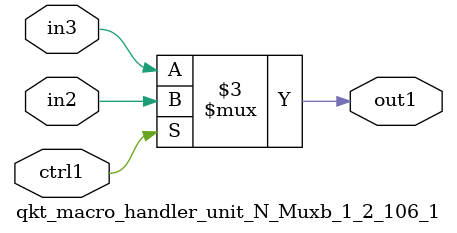
<source format=v>

`timescale 1ps / 1ps


module qkt_macro_handler_unit_N_Muxb_1_2_106_1( in3, in2, ctrl1, out1 );

    input in3;
    input in2;
    input ctrl1;
    output out1;
    reg out1;

    
    // rtl_process:qkt_macro_handler_unit_N_Muxb_1_2_106_1/qkt_macro_handler_unit_N_Muxb_1_2_106_1_thread_1
    always @*
      begin : qkt_macro_handler_unit_N_Muxb_1_2_106_1_thread_1
        case (ctrl1) 
          1'b1: 
            begin
              out1 = in2;
            end
          default: 
            begin
              out1 = in3;
            end
        endcase
      end

endmodule


</source>
